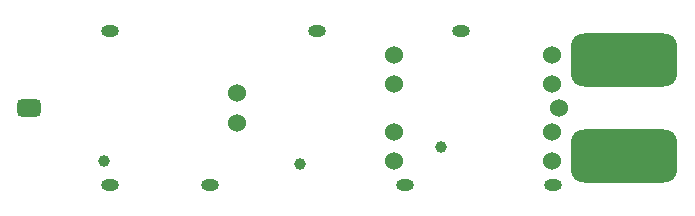
<source format=gbr>
%TF.GenerationSoftware,Altium Limited,Altium Designer,18.1.7 (191)*%
G04 Layer_Color=16711935*
%FSLAX45Y45*%
%MOMM*%
%TF.FileFunction,Soldermask,Bot*%
%TF.Part,Single*%
G01*
G75*
%TA.AperFunction,ViaPad*%
%ADD23O,1.50000X1.00000*%
%TA.AperFunction,ComponentPad*%
%ADD24C,1.52400*%
G04:AMPARAMS|DCode=25|XSize=9mm|YSize=4.5mm|CornerRadius=1.125mm|HoleSize=0mm|Usage=FLASHONLY|Rotation=0.000|XOffset=0mm|YOffset=0mm|HoleType=Round|Shape=RoundedRectangle|*
%AMROUNDEDRECTD25*
21,1,9.00000,2.25000,0,0,0.0*
21,1,6.75000,4.50000,0,0,0.0*
1,1,2.25000,3.37500,-1.12500*
1,1,2.25000,-3.37500,-1.12500*
1,1,2.25000,-3.37500,1.12500*
1,1,2.25000,3.37500,1.12500*
%
%ADD25ROUNDEDRECTD25*%
%TA.AperFunction,ViaPad*%
%ADD26C,1.00000*%
%TA.AperFunction,SMDPad,CuDef*%
G04:AMPARAMS|DCode=27|XSize=1.5mm|YSize=2mm|CornerRadius=0.375mm|HoleSize=0mm|Usage=FLASHONLY|Rotation=90.000|XOffset=0mm|YOffset=0mm|HoleType=Round|Shape=RoundedRectangle|*
%AMROUNDEDRECTD27*
21,1,1.50000,1.25000,0,0,90.0*
21,1,0.75000,2.00000,0,0,90.0*
1,1,0.75000,0.62500,0.37500*
1,1,0.75000,0.62500,-0.37500*
1,1,0.75000,-0.62500,-0.37500*
1,1,0.75000,-0.62500,0.37500*
%
%ADD27ROUNDEDRECTD27*%
D23*
X-4350000Y650000D02*
D03*
Y-650000D02*
D03*
X-3500000D02*
D03*
X-2600000Y650000D02*
D03*
X-1850000Y-650000D02*
D03*
X-1375000Y650000D02*
D03*
X-600000Y-650000D02*
D03*
D24*
X-1950000Y-450000D02*
D03*
Y-200000D02*
D03*
X-3275000Y-125000D02*
D03*
Y125000D02*
D03*
X-1950000Y200000D02*
D03*
Y450000D02*
D03*
X-610000Y-200000D02*
D03*
Y-450000D02*
D03*
Y450000D02*
D03*
Y200000D02*
D03*
X-550000Y-0D02*
D03*
D25*
X0Y-406000D02*
D03*
Y406000D02*
D03*
D26*
X-1546200Y-331300D02*
D03*
X-2738995Y-470000D02*
D03*
X-4400000Y-445000D02*
D03*
D27*
X-5035000Y0D02*
D03*
%TF.MD5,c346b04ef312e98e67ee030f4857c7f4*%
M02*

</source>
